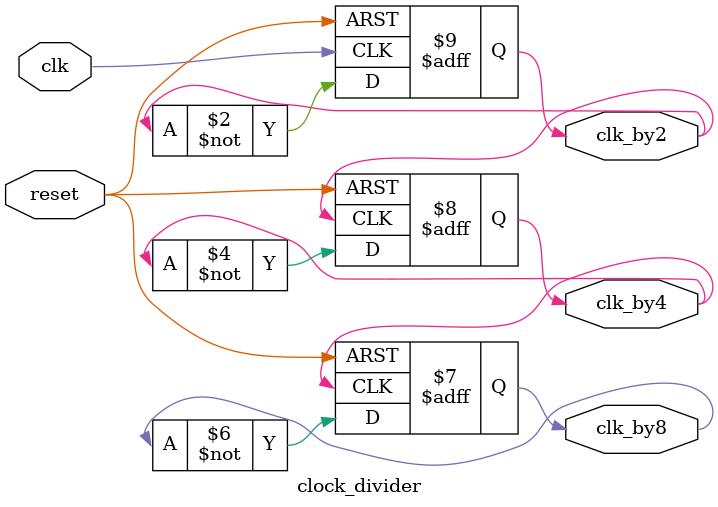
<source format=v>
module clock_divider (
    input clk,        
    input reset,      
    output reg clk_by2, 
    output reg clk_by4, 
    output reg clk_by8  
);

    always @(posedge clk or posedge reset) begin
        if (reset)
            clk_by2 <= 0;
        else
            clk_by2 <= ~clk_by2;
    end

    always @(posedge clk_by2 or posedge reset) begin
        if (reset)
            clk_by4 <= 0;
        else
            clk_by4 <= ~clk_by4;
    end

    always @(posedge clk_by4 or posedge reset) begin
        if (reset)
            clk_by8 <= 0;
        else
            clk_by8 <= ~clk_by8;
    end

endmodule

</source>
